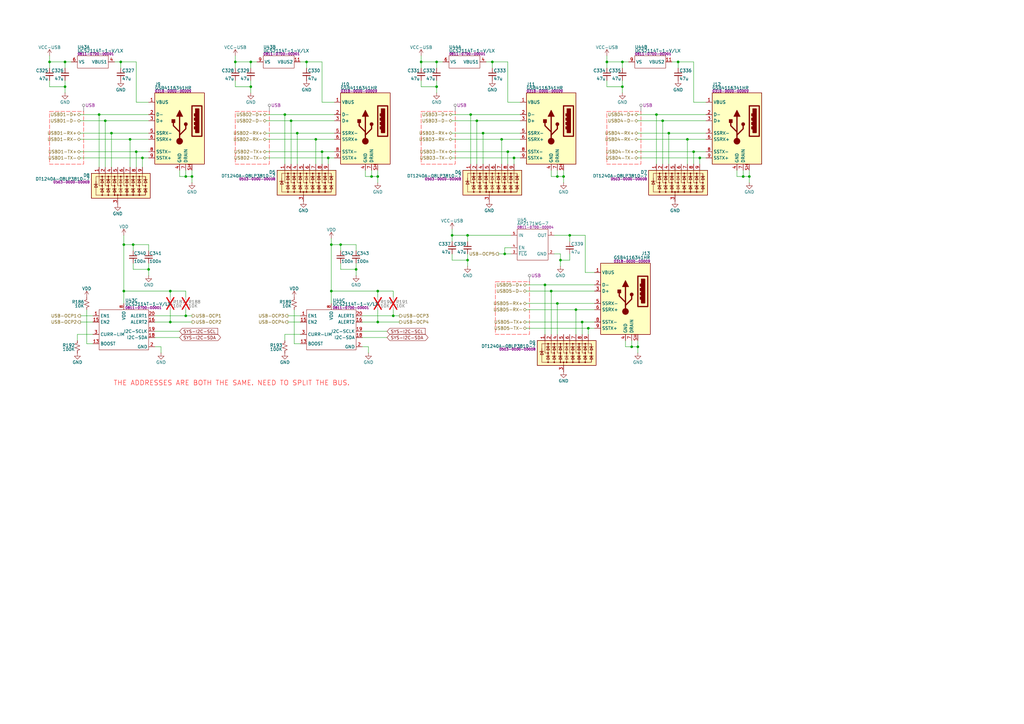
<source format=kicad_sch>
(kicad_sch (version 20250114) (generator "eeschema") (generator_version "9.0")
  (paper "A3")
  (title_block (title "Benchy Motherboard AM625 - USB Ports") (rev "REV1") (company "Daxxn Industries") (comment 4 "Small net labels (≤0.65) are for clarity and do not connect to other nets."))
  (lib_symbols
    (symbol "DX_Capacitor_Ceramic:CL05A104KA5NNNC" (pin_numbers (hide yes)) (pin_names (hide yes))
      (property "Reference" "C" (at 2.794 1.778 0))
      (property "Value" "100n" (at 2.794 0 0))
      (symbol "CL05A104KA5NNNC_1_1"
        (pin passive line (at 0 2.54 270) (length 2.032) (name "~") (number "1"))
        (pin passive line (at 0 -2.54 90) (length 2.032) (name "~") (number "2"))
      )
    )
    (symbol "DX_Capacitor_Ceramic:CL32A476KOJNNNE" (pin_numbers (hide yes)) (pin_names (hide yes))
      (property "Reference" "C" (at 2.794 1.778 0))
      (property "Value" "47u" (at 2.794 0 0))
      (symbol "CL32A476KOJNNNE_1_1"
        (pin passive line (at 0 2.54 270) (length 2.032) (name "~") (number "1"))
        (pin passive line (at 0 -2.54 90) (length 2.032) (name "~") (number "2"))
      )
    )
    (symbol "DX_Connector_USB:GSB4116341HR"
      (property "Reference" "J" (at 0 2.794 0))
      (property "Value" "GSB4116341HR" (at 0 1.016 0))
      (property "PartNumber" "0318-0000-00009" (at 0 -0.508 0))
      (symbol "GSB4116341HR_1_1"
        (pin passive line (at 5.08 -33.02 90) (length 2.54) (name "") (number "SH"))
        (pin passive line (at 7.62 -33.02 90) (length 2.54) (name "DRAIN") (number "7"))
        (pin power_in line (at 10.16 -33.02 90) (length 2.54) (name "GND") (number "4"))
        (pin power_in line (at 22.86 -5.08 180) (length 2.54) (name "VBUS") (number "1"))
        (pin bidirectional line (at 22.86 -10.16 180) (length 2.54) (name "D-") (number "2"))
        (pin bidirectional line (at 22.86 -12.7 180) (length 2.54) (name "D+") (number "3"))
        (pin output line (at 22.86 -17.78 180) (length 2.54) (name "SSRX-") (number "5"))
        (pin output line (at 22.86 -20.32 180) (length 2.54) (name "SSRX+") (number "6"))
        (pin input line (at 22.86 -25.4 180) (length 2.54) (name "SSTX-") (number "8"))
        (pin input line (at 22.86 -27.94 180) (length 2.54) (name "SSTX+") (number "9"))
      )
    )
    (symbol "DX_Device_Power:VCC-USB" (power) (pin_names (offset 0))
      (property "Value" "VCC-USB" (at 0 3.429 0))
      (symbol "VCC-USB_1_1"
        (pin power_in line (at 0 0 90) (length 0) (hide yes) (name "VCC-USB") (number "1"))
      )
    )
    (symbol "DX_Diode_TVS:DT1240A-08LP3810-7" (pin_names (hide yes))
      (property "Reference" "D" (at 13.97 2.54 0))
      (property "Value" "DT1240A-08LP3810-7" (at 13.97 0.635 0))
      (property "PartNumber" "0503-0000-00008" (at 13.97 -1.27 0))
      (symbol "DT1240A-08LP3810-7_0_0"
        (pin passive line (at 0 -7.62 90) (length 2.54) (name "A") (number "3"))
      )
      (symbol "DT1240A-08LP3810-7_1_1"
        (pin passive line (at -7.62 7.62 270) (length 2.54) (name "K1") (number "1"))
        (pin passive line (at -5.08 7.62 270) (length 2.54) (name "K2") (number "2"))
        (pin passive line (at -2.54 7.62 270) (length 2.54) (name "K3") (number "4"))
        (pin passive line (at 0 7.62 270) (length 2.54) (name "K4") (number "5"))
        (pin passive line (at 2.54 7.62 270) (length 2.54) (name "K5") (number "6"))
        (pin passive line (at 5.08 7.62 270) (length 2.54) (name "K6") (number "7"))
        (pin passive line (at 7.62 7.62 270) (length 2.54) (name "K7") (number "8"))
        (pin passive line (at 10.16 7.62 270) (length 2.54) (name "K8") (number "9"))
      )
    )
    (symbol "DX_IC_PMIC_Switch:AP2171WG-7"
      (property "Reference" "U" (at 0 3.81 0))
      (property "Value" "AP2171WG-7" (at 0 2.286 0))
      (property "PartNumber" "0811-0700-00004" (at 0 0.762 0))
      (symbol "AP2171WG-7_0_0"
        (pin power_in line (at -2.54 -2.54 0) (length 2.54) (name "IN") (number "5"))
        (pin input line (at -2.54 -7.62 0) (length 2.54) (name "EN") (number "4"))
        (pin power_out line (at 15.24 -2.54 180) (length 2.54) (name "OUT") (number "1"))
        (pin power_in line (at 15.24 -10.16 180) (length 2.54) (name "GND") (number "2"))
      )
      (symbol "AP2171WG-7_1_0"
        (pin output line (at -2.54 -10.16 0) (length 2.54) (name "~{FLG}") (number "3"))
      )
    )
    (symbol "DX_IC_PMIC_Switch:UCS2114T-1-V/LX"
      (property "Reference" "U" (at 0.508 3.556 0))
      (property "Value" "UCS2114T-1-V/LX" (at 0.508 2.032 0))
      (property "PartNumber" "0811-0700-00001" (at 0.508 0.762 0))
      (symbol "UCS2114T-1-V/LX_1_0"
        (pin power_in line (at -7.62 -2.54 0) (length 2.54) (name "VS") (number "6"))
        (pin power_in line (at -7.62 -2.54 0) (length 2.54) (hide yes) (name "VS") (number "7"))
        (pin power_out line (at 10.16 -2.54 180) (length 2.54) (name "VBUS1") (number "4"))
        (pin power_out line (at 10.16 -2.54 180) (length 2.54) (hide yes) (name "VBUS1") (number "5"))
      )
      (symbol "UCS2114T-1-V/LX_2_0"
        (pin power_in line (at -8.89 -2.54 0) (length 2.54) (hide yes) (name "VS") (number "10"))
        (pin power_in line (at -8.89 -2.54 0) (length 2.54) (name "VS") (number "9"))
        (pin power_out line (at 8.89 -2.54 180) (length 2.54) (name "VBUS2") (number "11"))
        (pin power_out line (at 8.89 -2.54 180) (length 2.54) (hide yes) (name "VBUS2") (number "12"))
      )
      (symbol "UCS2114T-1-V/LX_3_0"
        (pin input line (at -12.7 -2.54 0) (length 2.54) (name "EN1") (number "1"))
        (pin input line (at -12.7 -5.08 0) (length 2.54) (name "EN2") (number "15"))
        (pin input line (at -12.7 -10.16 0) (length 2.54) (name "COMM-EN") (number "3") (alternate "CURR-LIM" input line))
        (pin input line (at -12.7 -13.97 0) (length 2.54) (name "BOOST") (number "13"))
        (pin power_in line (at 0 2.54 270) (length 2.54) (name "VDD") (number "8"))
        (pin output line (at 12.7 -2.54 180) (length 2.54) (name "ALERT1") (number "20"))
        (pin output line (at 12.7 -5.08 180) (length 2.54) (name "ALERT2") (number "16"))
        (pin input line (at 12.7 -8.89 180) (length 2.54) (name "I2C-SCLK") (number "19"))
        (pin bidirectional line (at 12.7 -11.43 180) (length 2.54) (name "I2C-SDA") (number "18"))
        (pin power_in line (at 12.7 -15.24 180) (length 2.54) (hide yes) (name "GND") (number "14"))
        (pin power_in line (at 12.7 -15.24 180) (length 2.54) (hide yes) (name "GND") (number "17"))
        (pin power_in line (at 12.7 -15.24 180) (length 2.54) (name "GND") (number "2"))
      )
    )
    (symbol "DX_Resistor:RC0402JR-0710KL" (pin_numbers (hide yes)) (pin_names (offset 0.254) (hide yes))
      (property "Reference" "R" (at 1.016 0.635 0))
      (property "Value" "10K" (at 1.016 -1.016 0))
      (symbol "RC0402JR-0710KL_1_1"
        (pin passive line (at 0 2.54 270) (length 1.016) (name "~") (number "1"))
        (pin passive line (at 0 -2.54 90) (length 1.016) (name "~") (number "2"))
      )
    )
    (symbol "DX_Resistor:RMCF0402FT100K" (pin_numbers (hide yes)) (pin_names (offset 0.254) (hide yes))
      (property "Reference" "R" (at 1.016 0.635 0))
      (property "Value" "100K" (at 1.016 -1.016 0))
      (symbol "RMCF0402FT100K_1_1"
        (pin passive line (at 0 2.54 270) (length 1.016) (name "~") (number "1"))
        (pin passive line (at 0 -2.54 90) (length 1.016) (name "~") (number "2"))
      )
    )
    (symbol "power:GND" (power) (pin_numbers (hide yes)) (pin_names (offset 0) (hide yes))
      (property "Value" "GND" (at 0 -3.81 0))
      (symbol "GND_1_1"
        (pin power_in line (at 0 0 270) (length 0) (name "~") (number "1"))
      )
    )
    (symbol "power:VDD" (power) (pin_numbers (hide yes)) (pin_names (offset 0) (hide yes))
      (property "Value" "VDD" (at 0 3.556 0))
      (symbol "VDD_1_1"
        (pin power_in line (at 0 0 90) (length 0) (name "~") (number "1"))
      )
    )
  )
  (text "THE ADDRESSES ARE BOTH THE SAME. NEED TO SPLIT THE BUS." (at 94.996 157.226 0) (effects (font (size 2 2))))
  (junction (at 207.01 104.14))
  (junction (at 274.32 54.61))
  (junction (at 43.18 49.53))
  (junction (at 154.94 72.39))
  (junction (at 238.76 132.08))
  (junction (at 191.77 106.68))
  (junction (at 271.78 49.53))
  (junction (at 78.74 72.39))
  (junction (at 248.92 25.4))
  (junction (at 198.12 54.61))
  (junction (at 55.88 62.23))
  (junction (at 69.85 132.08))
  (junction (at 121.92 54.61))
  (junction (at 228.6 124.46))
  (junction (at 241.3 134.62))
  (junction (at 152.4 72.39))
  (junction (at 135.89 119.38))
  (junction (at 129.54 57.15))
  (junction (at 172.72 25.4))
  (junction (at 208.28 62.23))
  (junction (at 154.94 132.08))
  (junction (at 102.87 25.4))
  (junction (at 134.62 64.77))
  (junction (at 132.08 62.23))
  (junction (at 229.87 106.68))
  (junction (at 26.67 35.56))
  (junction (at 161.29 129.54))
  (junction (at 307.34 72.39))
  (junction (at 179.07 35.56))
  (junction (at 287.02 64.77))
  (junction (at 58.42 64.77))
  (junction (at 45.72 54.61))
  (junction (at 228.6 72.39))
  (junction (at 259.08 142.24))
  (junction (at 236.22 127))
  (junction (at 96.52 25.4))
  (junction (at 210.82 64.77))
  (junction (at 26.67 25.4))
  (junction (at 205.74 57.15))
  (junction (at 255.27 35.56))
  (junction (at 40.64 46.99))
  (junction (at 49.53 25.4))
  (junction (at 185.42 96.52))
  (junction (at 278.13 25.4))
  (junction (at 20.32 25.4))
  (junction (at 154.94 119.38))
  (junction (at 255.27 25.4))
  (junction (at 54.61 100.33))
  (junction (at 281.94 57.15))
  (junction (at 50.8 119.38))
  (junction (at 119.38 49.53))
  (junction (at 53.34 57.15))
  (junction (at 284.48 62.23))
  (junction (at 226.06 119.38))
  (junction (at 269.24 46.99))
  (junction (at 201.93 25.4))
  (junction (at 60.96 110.49))
  (junction (at 69.85 119.38))
  (junction (at 195.58 49.53))
  (junction (at 304.8 72.39))
  (junction (at 233.68 96.52))
  (junction (at 50.8 100.33))
  (junction (at 191.77 96.52))
  (junction (at 76.2 129.54))
  (junction (at 125.73 25.4))
  (junction (at 231.14 72.39))
  (junction (at 102.87 35.56))
  (junction (at 261.62 142.24))
  (junction (at 223.52 116.84))
  (junction (at 193.04 46.99))
  (junction (at 139.7 100.33))
  (junction (at 116.84 46.99))
  (junction (at 76.2 72.39))
  (junction (at 146.05 110.49))
  (junction (at 179.07 25.4))
  (junction (at 135.89 100.33))
  (wire (pts (xy 109.22 64.77) (xy 134.62 64.77)))
  (wire (pts (xy 96.52 22.86) (xy 96.52 25.4)))
  (wire (pts (xy 193.04 46.99) (xy 213.36 46.99)))
  (wire (pts (xy 209.55 101.6) (xy 207.01 101.6)))
  (wire (pts (xy 152.4 69.85) (xy 152.4 72.39)))
  (wire (pts (xy 185.42 99.06) (xy 185.42 96.52)))
  (wire (pts (xy 269.24 46.99) (xy 289.56 46.99)))
  (wire (pts (xy 172.72 33.02) (xy 172.72 35.56)))
  (wire (pts (xy 135.89 119.38) (xy 154.94 119.38)))
  (wire (pts (xy 233.68 104.14) (xy 233.68 106.68)))
  (wire (pts (xy 76.2 127) (xy 76.2 129.54)))
  (wire (pts (xy 20.32 25.4) (xy 26.67 25.4)))
  (wire (pts (xy 69.85 127) (xy 69.85 132.08)))
  (wire (pts (xy 123.19 140.97) (xy 120.65 140.97)))
  (wire (pts (xy 172.72 22.86) (xy 172.72 25.4)))
  (wire (pts (xy 134.62 64.77) (xy 134.62 67.31)))
  (wire (pts (xy 278.13 25.4) (xy 284.48 25.4)))
  (wire (pts (xy 261.62 57.15) (xy 281.94 57.15)))
  (wire (pts (xy 63.5 132.08) (xy 69.85 132.08)))
  (wire (pts (xy 185.42 106.68) (xy 191.77 106.68)))
  (wire (pts (xy 26.67 35.56) (xy 26.67 38.1)))
  (wire (pts (xy 20.32 35.56) (xy 26.67 35.56)))
  (wire (pts (xy 281.94 57.15) (xy 281.94 67.31)))
  (wire (pts (xy 129.54 57.15) (xy 137.16 57.15)))
  (wire (pts (xy 119.38 49.53) (xy 119.38 67.31)))
  (wire (pts (xy 69.85 121.92) (xy 69.85 119.38)))
  (wire (pts (xy 116.84 139.7) (xy 116.84 137.16)))
  (wire (pts (xy 248.92 35.56) (xy 255.27 35.56)))
  (wire (pts (xy 210.82 64.77) (xy 213.36 64.77)))
  (wire (pts (xy 215.9 116.84) (xy 223.52 116.84)))
  (wire (pts (xy 195.58 49.53) (xy 213.36 49.53)))
  (wire (pts (xy 50.8 119.38) (xy 50.8 124.46)))
  (wire (pts (xy 208.28 41.91) (xy 208.28 25.4)))
  (wire (pts (xy 40.64 46.99) (xy 60.96 46.99)))
  (wire (pts (xy 307.34 69.85) (xy 307.34 72.39)))
  (wire (pts (xy 55.88 62.23) (xy 60.96 62.23)))
  (wire (pts (xy 78.74 72.39) (xy 78.74 74.93)))
  (wire (pts (xy 33.02 62.23) (xy 55.88 62.23)))
  (wire (pts (xy 223.52 116.84) (xy 243.84 116.84)))
  (wire (pts (xy 236.22 127) (xy 243.84 127)))
  (wire (pts (xy 49.53 25.4) (xy 55.88 25.4)))
  (wire (pts (xy 49.53 25.4) (xy 49.53 27.94)))
  (wire (pts (xy 261.62 49.53) (xy 271.78 49.53)))
  (wire (pts (xy 63.5 129.54) (xy 76.2 129.54)))
  (wire (pts (xy 73.66 72.39) (xy 76.2 72.39)))
  (wire (pts (xy 137.16 41.91) (xy 132.08 41.91)))
  (wire (pts (xy 172.72 35.56) (xy 179.07 35.56)))
  (wire (pts (xy 76.2 69.85) (xy 76.2 72.39)))
  (wire (pts (xy 40.64 46.99) (xy 40.64 68.58)))
  (wire (pts (xy 228.6 69.85) (xy 228.6 72.39)))
  (wire (pts (xy 33.02 46.99) (xy 40.64 46.99)))
  (wire (pts (xy 102.87 25.4) (xy 105.41 25.4)))
  (wire (pts (xy 96.52 35.56) (xy 102.87 35.56)))
  (wire (pts (xy 26.67 25.4) (xy 26.67 27.94)))
  (wire (pts (xy 199.39 25.4) (xy 201.93 25.4)))
  (wire (pts (xy 135.89 100.33) (xy 139.7 100.33)))
  (wire (pts (xy 146.05 110.49) (xy 146.05 113.03)))
  (wire (pts (xy 63.5 142.24) (xy 66.04 142.24)))
  (wire (pts (xy 179.07 35.56) (xy 179.07 33.02)))
  (wire (pts (xy 20.32 33.02) (xy 20.32 35.56)))
  (wire (pts (xy 213.36 41.91) (xy 208.28 41.91)))
  (wire (pts (xy 274.32 54.61) (xy 289.56 54.61)))
  (wire (pts (xy 255.27 35.56) (xy 255.27 33.02)))
  (wire (pts (xy 31.75 139.7) (xy 31.75 137.16)))
  (wire (pts (xy 172.72 27.94) (xy 172.72 25.4)))
  (wire (pts (xy 185.42 54.61) (xy 198.12 54.61)))
  (wire (pts (xy 60.96 110.49) (xy 60.96 113.03)))
  (wire (pts (xy 118.11 132.08) (xy 123.19 132.08)))
  (wire (pts (xy 304.8 72.39) (xy 307.34 72.39)))
  (wire (pts (xy 238.76 132.08) (xy 238.76 137.16)))
  (wire (pts (xy 102.87 35.56) (xy 102.87 38.1)))
  (wire (pts (xy 50.8 100.33) (xy 54.61 100.33)))
  (wire (pts (xy 229.87 104.14) (xy 229.87 106.68)))
  (wire (pts (xy 54.61 100.33) (xy 60.96 100.33)))
  (wire (pts (xy 139.7 102.87) (xy 139.7 100.33)))
  (wire (pts (xy 269.24 46.99) (xy 269.24 67.31)))
  (wire (pts (xy 193.04 46.99) (xy 193.04 67.31)))
  (wire (pts (xy 154.94 127) (xy 154.94 132.08)))
  (wire (pts (xy 172.72 25.4) (xy 179.07 25.4)))
  (wire (pts (xy 191.77 96.52) (xy 209.55 96.52)))
  (wire (pts (xy 50.8 100.33) (xy 50.8 119.38)))
  (wire (pts (xy 208.28 62.23) (xy 208.28 67.31)))
  (wire (pts (xy 35.56 140.97) (xy 35.56 127)))
  (wire (pts (xy 154.94 119.38) (xy 154.94 121.92)))
  (wire (pts (xy 50.8 119.38) (xy 69.85 119.38)))
  (wire (pts (xy 191.77 106.68) (xy 191.77 104.14)))
  (wire (pts (xy 121.92 54.61) (xy 121.92 67.31)))
  (wire (pts (xy 60.96 110.49) (xy 54.61 110.49)))
  (wire (pts (xy 54.61 107.95) (xy 54.61 110.49)))
  (wire (pts (xy 259.08 142.24) (xy 261.62 142.24)))
  (wire (pts (xy 31.75 137.16) (xy 38.1 137.16)))
  (wire (pts (xy 185.42 49.53) (xy 195.58 49.53)))
  (wire (pts (xy 26.67 35.56) (xy 26.67 33.02)))
  (wire (pts (xy 43.18 49.53) (xy 60.96 49.53)))
  (wire (pts (xy 125.73 25.4) (xy 132.08 25.4)))
  (wire (pts (xy 256.54 139.7) (xy 256.54 142.24)))
  (wire (pts (xy 33.02 129.54) (xy 38.1 129.54)))
  (wire (pts (xy 185.42 62.23) (xy 208.28 62.23)))
  (wire (pts (xy 208.28 62.23) (xy 213.36 62.23)))
  (wire (pts (xy 76.2 119.38) (xy 76.2 121.92)))
  (wire (pts (xy 231.14 69.85) (xy 231.14 72.39)))
  (wire (pts (xy 261.62 64.77) (xy 287.02 64.77)))
  (wire (pts (xy 116.84 46.99) (xy 116.84 67.31)))
  (wire (pts (xy 240.03 96.52) (xy 240.03 111.76)))
  (wire (pts (xy 191.77 96.52) (xy 185.42 96.52)))
  (wire (pts (xy 38.1 140.97) (xy 35.56 140.97)))
  (wire (pts (xy 63.5 138.43) (xy 73.66 138.43)))
  (wire (pts (xy 45.72 54.61) (xy 60.96 54.61)))
  (wire (pts (xy 284.48 41.91) (xy 284.48 25.4)))
  (wire (pts (xy 248.92 25.4) (xy 255.27 25.4)))
  (wire (pts (xy 201.93 25.4) (xy 201.93 27.94)))
  (wire (pts (xy 302.26 72.39) (xy 304.8 72.39)))
  (wire (pts (xy 20.32 27.94) (xy 20.32 25.4)))
  (wire (pts (xy 132.08 41.91) (xy 132.08 25.4)))
  (wire (pts (xy 226.06 119.38) (xy 243.84 119.38)))
  (wire (pts (xy 248.92 22.86) (xy 248.92 25.4)))
  (wire (pts (xy 259.08 139.7) (xy 259.08 142.24)))
  (wire (pts (xy 20.32 22.86) (xy 20.32 25.4)))
  (wire (pts (xy 154.94 132.08) (xy 163.83 132.08)))
  (wire (pts (xy 148.59 135.89) (xy 158.75 135.89)))
  (wire (pts (xy 109.22 62.23) (xy 132.08 62.23)))
  (wire (pts (xy 281.94 57.15) (xy 289.56 57.15)))
  (wire (pts (xy 118.11 129.54) (xy 123.19 129.54)))
  (wire (pts (xy 185.42 46.99) (xy 193.04 46.99)))
  (wire (pts (xy 185.42 57.15) (xy 205.74 57.15)))
  (wire (pts (xy 76.2 72.39) (xy 78.74 72.39)))
  (wire (pts (xy 287.02 64.77) (xy 287.02 67.31)))
  (wire (pts (xy 50.8 96.52) (xy 50.8 100.33)))
  (wire (pts (xy 185.42 64.77) (xy 210.82 64.77)))
  (wire (pts (xy 151.13 142.24) (xy 151.13 144.78)))
  (wire (pts (xy 241.3 134.62) (xy 241.3 137.16)))
  (wire (pts (xy 69.85 132.08) (xy 78.74 132.08)))
  (wire (pts (xy 255.27 25.4) (xy 257.81 25.4)))
  (wire (pts (xy 195.58 49.53) (xy 195.58 67.31)))
  (wire (pts (xy 248.92 27.94) (xy 248.92 25.4)))
  (wire (pts (xy 215.9 127) (xy 236.22 127)))
  (wire (pts (xy 149.86 69.85) (xy 149.86 72.39)))
  (wire (pts (xy 148.59 142.24) (xy 151.13 142.24)))
  (wire (pts (xy 307.34 72.39) (xy 307.34 74.93)))
  (wire (pts (xy 271.78 49.53) (xy 271.78 67.31)))
  (wire (pts (xy 179.07 25.4) (xy 179.07 27.94)))
  (wire (pts (xy 227.33 96.52) (xy 233.68 96.52)))
  (wire (pts (xy 60.96 107.95) (xy 60.96 110.49)))
  (wire (pts (xy 228.6 72.39) (xy 231.14 72.39)))
  (wire (pts (xy 236.22 127) (xy 236.22 137.16)))
  (wire (pts (xy 179.07 25.4) (xy 181.61 25.4)))
  (wire (pts (xy 161.29 121.92) (xy 161.29 119.38)))
  (wire (pts (xy 66.04 142.24) (xy 66.04 144.78)))
  (wire (pts (xy 241.3 134.62) (xy 243.84 134.62)))
  (wire (pts (xy 233.68 96.52) (xy 240.03 96.52)))
  (wire (pts (xy 33.02 49.53) (xy 43.18 49.53)))
  (wire (pts (xy 223.52 116.84) (xy 223.52 137.16)))
  (wire (pts (xy 132.08 62.23) (xy 137.16 62.23)))
  (wire (pts (xy 231.14 72.39) (xy 231.14 74.93)))
  (wire (pts (xy 33.02 132.08) (xy 38.1 132.08)))
  (wire (pts (xy 248.92 33.02) (xy 248.92 35.56)))
  (wire (pts (xy 185.42 104.14) (xy 185.42 106.68)))
  (wire (pts (xy 135.89 97.79) (xy 135.89 100.33)))
  (wire (pts (xy 215.9 119.38) (xy 226.06 119.38)))
  (wire (pts (xy 191.77 96.52) (xy 191.77 99.06)))
  (wire (pts (xy 255.27 25.4) (xy 255.27 27.94)))
  (wire (pts (xy 161.29 129.54) (xy 163.83 129.54)))
  (wire (pts (xy 26.67 25.4) (xy 29.21 25.4)))
  (wire (pts (xy 45.72 54.61) (xy 45.72 68.58)))
  (wire (pts (xy 198.12 54.61) (xy 198.12 67.31)))
  (wire (pts (xy 134.62 64.77) (xy 137.16 64.77)))
  (wire (pts (xy 215.9 132.08) (xy 238.76 132.08)))
  (wire (pts (xy 198.12 54.61) (xy 213.36 54.61)))
  (wire (pts (xy 109.22 54.61) (xy 121.92 54.61)))
  (wire (pts (xy 73.66 69.85) (xy 73.66 72.39)))
  (wire (pts (xy 261.62 139.7) (xy 261.62 142.24)))
  (wire (pts (xy 58.42 64.77) (xy 58.42 68.58)))
  (wire (pts (xy 116.84 46.99) (xy 137.16 46.99)))
  (wire (pts (xy 109.22 46.99) (xy 116.84 46.99)))
  (wire (pts (xy 33.02 64.77) (xy 58.42 64.77)))
  (wire (pts (xy 278.13 25.4) (xy 278.13 27.94)))
  (wire (pts (xy 116.84 137.16) (xy 123.19 137.16)))
  (wire (pts (xy 96.52 27.94) (xy 96.52 25.4)))
  (wire (pts (xy 226.06 119.38) (xy 226.06 137.16)))
  (wire (pts (xy 233.68 96.52) (xy 233.68 99.06)))
  (wire (pts (xy 274.32 54.61) (xy 274.32 67.31)))
  (wire (pts (xy 233.68 106.68) (xy 229.87 106.68)))
  (wire (pts (xy 302.26 69.85) (xy 302.26 72.39)))
  (wire (pts (xy 55.88 41.91) (xy 55.88 25.4)))
  (wire (pts (xy 58.42 64.77) (xy 60.96 64.77)))
  (wire (pts (xy 53.34 57.15) (xy 60.96 57.15)))
  (wire (pts (xy 55.88 62.23) (xy 55.88 68.58)))
  (wire (pts (xy 119.38 49.53) (xy 137.16 49.53)))
  (wire (pts (xy 148.59 138.43) (xy 158.75 138.43)))
  (wire (pts (xy 229.87 106.68) (xy 229.87 109.22)))
  (wire (pts (xy 78.74 69.85) (xy 78.74 72.39)))
  (wire (pts (xy 43.18 49.53) (xy 43.18 68.58)))
  (wire (pts (xy 54.61 102.87) (xy 54.61 100.33)))
  (wire (pts (xy 215.9 124.46) (xy 228.6 124.46)))
  (wire (pts (xy 261.62 142.24) (xy 261.62 144.78)))
  (wire (pts (xy 109.22 49.53) (xy 119.38 49.53)))
  (wire (pts (xy 102.87 35.56) (xy 102.87 33.02)))
  (wire (pts (xy 240.03 111.76) (xy 243.84 111.76)))
  (wire (pts (xy 135.89 119.38) (xy 135.89 124.46)))
  (wire (pts (xy 121.92 54.61) (xy 137.16 54.61)))
  (wire (pts (xy 207.01 104.14) (xy 209.55 104.14)))
  (wire (pts (xy 179.07 35.56) (xy 179.07 38.1)))
  (wire (pts (xy 287.02 64.77) (xy 289.56 64.77)))
  (wire (pts (xy 210.82 64.77) (xy 210.82 67.31)))
  (wire (pts (xy 139.7 100.33) (xy 146.05 100.33)))
  (wire (pts (xy 69.85 119.38) (xy 76.2 119.38)))
  (wire (pts (xy 185.42 93.98) (xy 185.42 96.52)))
  (wire (pts (xy 146.05 110.49) (xy 139.7 110.49)))
  (wire (pts (xy 256.54 142.24) (xy 259.08 142.24)))
  (wire (pts (xy 304.8 69.85) (xy 304.8 72.39)))
  (wire (pts (xy 238.76 132.08) (xy 243.84 132.08)))
  (wire (pts (xy 261.62 62.23) (xy 284.48 62.23)))
  (wire (pts (xy 201.93 25.4) (xy 208.28 25.4)))
  (wire (pts (xy 228.6 124.46) (xy 228.6 137.16)))
  (wire (pts (xy 102.87 25.4) (xy 102.87 27.94)))
  (wire (pts (xy 148.59 132.08) (xy 154.94 132.08)))
  (wire (pts (xy 33.02 54.61) (xy 45.72 54.61)))
  (wire (pts (xy 120.65 140.97) (xy 120.65 127)))
  (wire (pts (xy 125.73 25.4) (xy 125.73 27.94)))
  (wire (pts (xy 139.7 107.95) (xy 139.7 110.49)))
  (wire (pts (xy 46.99 25.4) (xy 49.53 25.4)))
  (wire (pts (xy 275.59 25.4) (xy 278.13 25.4)))
  (wire (pts (xy 146.05 100.33) (xy 146.05 102.87)))
  (wire (pts (xy 152.4 72.39) (xy 154.94 72.39)))
  (wire (pts (xy 129.54 57.15) (xy 129.54 67.31)))
  (wire (pts (xy 109.22 57.15) (xy 129.54 57.15)))
  (wire (pts (xy 284.48 62.23) (xy 289.56 62.23)))
  (wire (pts (xy 284.48 62.23) (xy 284.48 67.31)))
  (wire (pts (xy 148.59 129.54) (xy 161.29 129.54)))
  (wire (pts (xy 271.78 49.53) (xy 289.56 49.53)))
  (wire (pts (xy 96.52 33.02) (xy 96.52 35.56)))
  (wire (pts (xy 123.19 25.4) (xy 125.73 25.4)))
  (wire (pts (xy 53.34 57.15) (xy 53.34 68.58)))
  (wire (pts (xy 149.86 72.39) (xy 152.4 72.39)))
  (wire (pts (xy 207.01 101.6) (xy 207.01 104.14)))
  (wire (pts (xy 76.2 129.54) (xy 78.74 129.54)))
  (wire (pts (xy 60.96 41.91) (xy 55.88 41.91)))
  (wire (pts (xy 191.77 106.68) (xy 191.77 109.22)))
  (wire (pts (xy 226.06 69.85) (xy 226.06 72.39)))
  (wire (pts (xy 96.52 25.4) (xy 102.87 25.4)))
  (wire (pts (xy 204.47 104.14) (xy 207.01 104.14)))
  (wire (pts (xy 146.05 107.95) (xy 146.05 110.49)))
  (wire (pts (xy 33.02 57.15) (xy 53.34 57.15)))
  (wire (pts (xy 261.62 54.61) (xy 274.32 54.61)))
  (wire (pts (xy 154.94 119.38) (xy 161.29 119.38)))
  (wire (pts (xy 63.5 135.89) (xy 73.66 135.89)))
  (wire (pts (xy 60.96 100.33) (xy 60.96 102.87)))
  (wire (pts (xy 255.27 35.56) (xy 255.27 38.1)))
  (wire (pts (xy 226.06 72.39) (xy 228.6 72.39)))
  (wire (pts (xy 215.9 134.62) (xy 241.3 134.62)))
  (wire (pts (xy 161.29 127) (xy 161.29 129.54)))
  (wire (pts (xy 154.94 72.39) (xy 154.94 74.93)))
  (wire (pts (xy 227.33 104.14) (xy 229.87 104.14)))
  (wire (pts (xy 135.89 100.33) (xy 135.89 119.38)))
  (wire (pts (xy 289.56 41.91) (xy 284.48 41.91)))
  (wire (pts (xy 205.74 57.15) (xy 213.36 57.15)))
  (wire (pts (xy 154.94 69.85) (xy 154.94 72.39)))
  (wire (pts (xy 132.08 62.23) (xy 132.08 67.31)))
  (wire (pts (xy 261.62 46.99) (xy 269.24 46.99)))
  (wire (pts (xy 228.6 124.46) (xy 243.84 124.46)))
  (wire (pts (xy 205.74 57.15) (xy 205.74 67.31)))
  (global_label "SYS-I2C-SCL" (shape input) (at 158.75 135.89 0) (property "Intersheetrefs" "${INTERSHEET_REFS}" (at 173.5369 135.89 0) (effects (justify left))))
  (global_label "SYS-I2C-SCL" (shape input) (at 73.66 135.89 0) (property "Intersheetrefs" "${INTERSHEET_REFS}" (at 88.4469 135.89 0) (effects (justify left))))
  (global_label "SYS-I2C-SDA" (shape bidirectional) (at 158.75 138.43 0) (property "Intersheetrefs" "${INTERSHEET_REFS}" (at 173.5369 138.43 0) (effects (justify left))))
  (global_label "SYS-I2C-SDA" (shape bidirectional) (at 73.66 138.43 0) (property "Intersheetrefs" "${INTERSHEET_REFS}" (at 88.4469 138.43 0) (effects (justify left))))
  (hierarchical_label "USBD3-RX+" (shape bidirectional) (at 185.42 54.61 180))
  (hierarchical_label "USBD3-TX+" (shape bidirectional) (at 185.42 62.23 180))
  (hierarchical_label "USBD4-TX-" (shape bidirectional) (at 261.62 64.77 180))
  (hierarchical_label "USB-OCP3" (shape output) (at 163.83 129.54 0))
  (hierarchical_label "USBD2-D-" (shape bidirectional) (at 109.22 49.53 180))
  (hierarchical_label "USBD2-TX+" (shape bidirectional) (at 109.22 62.23 180))
  (hierarchical_label "USBD1-D-" (shape bidirectional) (at 33.02 49.53 180))
  (hierarchical_label "USBD3-D-" (shape bidirectional) (at 185.42 49.53 180))
  (hierarchical_label "USBD2-RX+" (shape bidirectional) (at 109.22 54.61 180))
  (hierarchical_label "USBD5-RX-" (shape bidirectional) (at 215.9 127 180))
  (hierarchical_label "USB-OCP4" (shape output) (at 118.11 132.08 180))
  (hierarchical_label "USBD2-RX-" (shape bidirectional) (at 109.22 57.15 180))
  (hierarchical_label "USBD4-D+" (shape bidirectional) (at 261.62 46.99 180))
  (hierarchical_label "USBD5-D+" (shape bidirectional) (at 215.9 116.84 180))
  (hierarchical_label "USBD3-D+" (shape bidirectional) (at 185.42 46.99 180))
  (hierarchical_label "USBD4-RX+" (shape bidirectional) (at 261.62 54.61 180))
  (hierarchical_label "USBD5-D-" (shape bidirectional) (at 215.9 119.38 180))
  (hierarchical_label "USBD1-D+" (shape bidirectional) (at 33.02 46.99 180))
  (hierarchical_label "USBD3-RX-" (shape bidirectional) (at 185.42 57.15 180))
  (hierarchical_label "USBD2-D+" (shape bidirectional) (at 109.22 46.99 180))
  (hierarchical_label "USBD1-RX-" (shape bidirectional) (at 33.02 57.15 180))
  (hierarchical_label "USBD5-RX+" (shape bidirectional) (at 215.9 124.46 180))
  (hierarchical_label "USB-OCP5" (shape output) (at 204.47 104.14 180))
  (hierarchical_label "USB-OCP3" (shape output) (at 118.11 129.54 180))
  (hierarchical_label "USBD3-TX-" (shape bidirectional) (at 185.42 64.77 180))
  (hierarchical_label "USB-OCP2" (shape output) (at 33.02 132.08 180))
  (hierarchical_label "USB-OCP1" (shape output) (at 33.02 129.54 180))
  (hierarchical_label "USBD1-TX-" (shape bidirectional) (at 33.02 64.77 180))
  (hierarchical_label "USBD4-RX-" (shape bidirectional) (at 261.62 57.15 180))
  (hierarchical_label "USBD1-TX+" (shape bidirectional) (at 33.02 62.23 180))
  (hierarchical_label "USBD1-RX+" (shape bidirectional) (at 33.02 54.61 180))
  (hierarchical_label "USBD2-TX-" (shape bidirectional) (at 109.22 64.77 180))
  (hierarchical_label "USB-OCP1" (shape output) (at 78.74 129.54 0))
  (hierarchical_label "USBD4-D-" (shape bidirectional) (at 261.62 49.53 180))
  (hierarchical_label "USB-OCP2" (shape output) (at 78.74 132.08 0))
  (hierarchical_label "USBD5-TX-" (shape bidirectional) (at 215.9 134.62 180))
  (hierarchical_label "USB-OCP4" (shape output) (at 163.83 132.08 0))
  (hierarchical_label "USBD5-TX+" (shape bidirectional) (at 215.9 132.08 180))
  (hierarchical_label "USBD4-TX+" (shape bidirectional) (at 261.62 62.23 180))
  (rule_area (polyline (pts (xy 20.32 45.72) (xy 34.29 45.72) (xy 34.29 67.31) (xy 20.32 67.31)) (stroke (width 0) (type dash))))
  (rule_area (polyline (pts (xy 172.72 45.72) (xy 186.69 45.72) (xy 186.69 67.31) (xy 172.72 67.31)) (stroke (width 0) (type dash))))
  (rule_area (polyline (pts (xy 203.2 115.57) (xy 217.17 115.57) (xy 217.17 137.16) (xy 203.2 137.16)) (stroke (width 0) (type dash))))
  (rule_area (polyline (pts (xy 248.92 45.72) (xy 262.89 45.72) (xy 262.89 67.31) (xy 248.92 67.31)) (stroke (width 0) (type dash))))
  (rule_area (polyline (pts (xy 96.52 45.72) (xy 110.49 45.72) (xy 110.49 67.31) (xy 96.52 67.31)) (stroke (width 0) (type dash))))
  (netclass_flag "" (length 2.54) (shape round) (at 217.17 115.57 0) (property "Netclass" "USB" (at 217.8685 113.03 0) (effects (justify left))))
  (netclass_flag "" (length 2.54) (shape round) (at 34.29 45.72 0) (property "Netclass" "USB" (at 34.9885 43.18 0) (effects (justify left))))
  (netclass_flag "" (length 2.54) (shape round) (at 262.89 45.72 0) (property "Netclass" "USB" (at 263.5885 43.18 0) (effects (justify left))))
  (netclass_flag "" (length 2.54) (shape round) (at 186.69 45.72 0) (property "Netclass" "USB" (at 187.3885 43.18 0) (effects (justify left))))
  (netclass_flag "" (length 2.54) (shape round) (at 110.49 45.72 0) (property "Netclass" "USB" (at 111.1885 43.18 0) (effects (justify left))))
  (symbol (lib_id "DX_Capacitor_Ceramic:CL32A476KOJNNNE") (at 102.87 30.48 0) (mirror y) (unit 1)
    (property "Reference" "C329" (at 102.362 28.956 0) (effects (justify left)))
    (property "Value" "47u" (at 102.362 32.258 0) (effects (justify left)))
    (property "Footprint" "Daxxn_Standard_Capacitors:CAP_1210" (effects (hide yes)))
    (property "Datasheet" "${DATASHEETS}/CL32A476KOJNNNE.pdf" (effects (hide yes)))
    (property "Description" "CAP CER 47UF 16V X5R 1210" (effects (hide yes)))
    (property "PartNumber" "0201-0100-00087" (effects (hide yes)))
  )
  (symbol (lib_id "DX_Capacitor_Ceramic:CL32A476KOJNNNE") (at 201.93 30.48 0) (unit 1)
    (property "Reference" "C333" (at 202.438 28.956 0) (effects (justify left)))
    (property "Value" "47u" (at 202.438 32.258 0) (effects (justify left)))
    (property "Footprint" "Daxxn_Standard_Capacitors:CAP_1210" (effects (hide yes)))
    (property "Datasheet" "${DATASHEETS}/CL32A476KOJNNNE.pdf" (effects (hide yes)))
    (property "Description" "CAP CER 47UF 16V X5R 1210" (effects (hide yes)))
    (property "PartNumber" "0201-0100-00087" (effects (hide yes)))
  )
  (symbol (lib_id "DX_Resistor:RC0402JR-0710KL") (at 154.94 124.46 0) (unit 1) (dnp yes)
    (property "Reference" "R190" (at 155.956 123.825 0) (effects (justify left)))
    (property "Value" "10K" (at 155.956 125.476 0) (effects (justify left)))
    (property "Footprint" "Daxxn_Standard_Resistors:RES_0402" (effects (hide yes)))
    (property "Datasheet" "${DATASHEETS}/RC-Series.pdf" (effects (hide yes)))
    (property "Description" "RES 10K OHM 5% 1/16W 0402" (effects (hide yes)))
    (property "PartNumber" "0204-0000-00016" (effects (hide yes)))
  )
  (symbol (lib_id "power:GND") (at 307.34 74.93 0) (unit 1)
    (property "Reference" "#PWR0285" (effects (hide yes)))
    (property "Value" "GND" (at 307.34 78.74 0))
    (property "Description" "Power symbol creates a global label with name \"GND\" , ground" (effects (hide yes)))
  )
  (symbol (lib_id "power:VDD") (at 135.89 97.79 0) (unit 1)
    (property "Reference" "#PWR0292" (effects (hide yes)))
    (property "Value" "VDD" (at 135.89 94.234 0))
    (property "Description" "Power symbol creates a global label with name \"VDD\"" (effects (hide yes)))
  )
  (symbol (lib_id "DX_Resistor:RC0402JR-0710KL") (at 69.85 124.46 0) (unit 1) (dnp yes)
    (property "Reference" "R187" (at 70.866 123.825 0) (effects (justify left)))
    (property "Value" "10K" (at 70.866 125.476 0) (effects (justify left)))
    (property "Footprint" "Daxxn_Standard_Resistors:RES_0402" (effects (hide yes)))
    (property "Datasheet" "${DATASHEETS}/RC-Series.pdf" (effects (hide yes)))
    (property "Description" "RES 10K OHM 5% 1/16W 0402" (effects (hide yes)))
    (property "PartNumber" "0204-0000-00016" (effects (hide yes)))
  )
  (symbol (lib_id "power:GND") (at 278.13 33.02 0) (unit 1)
    (property "Reference" "#PWR0277" (effects (hide yes)))
    (property "Value" "GND" (at 278.13 36.83 0))
    (property "Description" "Power symbol creates a global label with name \"GND\" , ground" (effects (hide yes)))
  )
  (symbol (lib_id "DX_Diode_TVS:DT1240A-08LP3810-7") (at 48.26 76.2 0) (unit 1)
    (property "Reference" "D8" (at 36.83 71.882 0) (effects (justify right)))
    (property "Value" "DT1240A-08LP3810-7" (at 36.83 73.406 0) (effects (justify right)))
    (property "Footprint" "Daxxn_Packages:U-DFN3810-9" (effects (hide yes)))
    (property "Datasheet" "${DATASHEETS}/DT1240A-08LP3810.pdf" (effects (hide yes)))
    (property "Description" "10V Clamp 5.5A (8/20µs) Ipp Tvs Diode Surface Mount U-DFN3810-9 (Type B)" (effects (hide yes)))
    (property "PartNumber" "0503-0000-00008" (at 36.83 74.676 0) (effects (font (size 1 1)) (justify right)))
  )
  (symbol (lib_id "DX_Connector_USB:GSB4116341HR") (at 236.22 36.83 0) (mirror y) (unit 1)
    (property "Reference" "J11" (at 215.9 34.544 0) (effects (justify right)))
    (property "Value" "GSB4116341HR" (at 215.9 36.068 0) (effects (justify right)))
    (property "Footprint" "Daxxn_Connectors_USB:GSB4116341HR" (effects (hide yes)))
    (property "Datasheet" "${DATASHEETS}/GSB4116341HR.pdf" (effects (hide yes)))
    (property "Description" "USB-A (USB TYPE-A) USB 3.2 Gen 2 (USB 3.1 Gen 2, Superspeed + (USB 3.1)) Receptacle Connector 9 Position Through Hole, Right Angle" (effects (hide yes)))
    (property "PartNumber" "0318-0000-00009" (at 215.9 37.338 0) (effects (font (size 1 1)) (justify right)))
  )
  (symbol (lib_id "DX_Resistor:RC0402JR-0710KL") (at 161.29 124.46 0) (unit 1) (dnp yes)
    (property "Reference" "R191" (at 162.306 123.825 0) (effects (justify left)))
    (property "Value" "10K" (at 162.306 125.476 0) (effects (justify left)))
    (property "Footprint" "Daxxn_Standard_Resistors:RES_0402" (effects (hide yes)))
    (property "Datasheet" "${DATASHEETS}/RC-Series.pdf" (effects (hide yes)))
    (property "Description" "RES 10K OHM 5% 1/16W 0402" (effects (hide yes)))
    (property "PartNumber" "0204-0000-00016" (effects (hide yes)))
  )
  (symbol (lib_id "DX_Capacitor_Ceramic:CL32A476KOJNNNE") (at 185.42 101.6 0) (mirror y) (unit 1)
    (property "Reference" "C337" (at 184.912 100.076 0) (effects (justify left)))
    (property "Value" "47u" (at 184.912 103.378 0) (effects (justify left)))
    (property "Footprint" "Daxxn_Standard_Capacitors:CAP_1210" (effects (hide yes)))
    (property "Datasheet" "${DATASHEETS}/CL32A476KOJNNNE.pdf" (effects (hide yes)))
    (property "Description" "CAP CER 47UF 16V X5R 1210" (effects (hide yes)))
    (property "PartNumber" "0201-0100-00087" (effects (hide yes)))
  )
  (symbol (lib_id "power:GND") (at 116.84 144.78 0) (unit 1)
    (property "Reference" "#PWR0301" (effects (hide yes)))
    (property "Value" "GND" (at 116.84 148.59 0))
    (property "Description" "Power symbol creates a global label with name \"GND\" , ground" (effects (hide yes)))
  )
  (symbol (lib_id "power:GND") (at 31.75 144.78 0) (unit 1)
    (property "Reference" "#PWR0299" (effects (hide yes)))
    (property "Value" "GND" (at 31.75 148.59 0))
    (property "Description" "Power symbol creates a global label with name \"GND\" , ground" (effects (hide yes)))
  )
  (symbol (lib_id "power:GND") (at 231.14 74.93 0) (unit 1)
    (property "Reference" "#PWR0284" (effects (hide yes)))
    (property "Value" "GND" (at 231.14 78.74 0))
    (property "Description" "Power symbol creates a global label with name \"GND\" , ground" (effects (hide yes)))
  )
  (symbol (lib_id "DX_Capacitor_Ceramic:CL32A476KOJNNNE") (at 96.52 30.48 0) (mirror y) (unit 1)
    (property "Reference" "C328" (at 96.012 28.956 0) (effects (justify left)))
    (property "Value" "47u" (at 96.012 32.258 0) (effects (justify left)))
    (property "Footprint" "Daxxn_Standard_Capacitors:CAP_1210" (effects (hide yes)))
    (property "Datasheet" "${DATASHEETS}/CL32A476KOJNNNE.pdf" (effects (hide yes)))
    (property "Description" "CAP CER 47UF 16V X5R 1210" (effects (hide yes)))
    (property "PartNumber" "0201-0100-00087" (effects (hide yes)))
  )
  (symbol (lib_id "DX_Capacitor_Ceramic:CL32A476KOJNNNE") (at 255.27 30.48 0) (mirror y) (unit 1)
    (property "Reference" "C335" (at 254.762 28.956 0) (effects (justify left)))
    (property "Value" "47u" (at 254.762 32.258 0) (effects (justify left)))
    (property "Footprint" "Daxxn_Standard_Capacitors:CAP_1210" (effects (hide yes)))
    (property "Datasheet" "${DATASHEETS}/CL32A476KOJNNNE.pdf" (effects (hide yes)))
    (property "Description" "CAP CER 47UF 16V X5R 1210" (effects (hide yes)))
    (property "PartNumber" "0201-0100-00087" (effects (hide yes)))
  )
  (symbol (lib_id "power:GND") (at 255.27 38.1 0) (unit 1)
    (property "Reference" "#PWR0281" (effects (hide yes)))
    (property "Value" "GND" (at 255.27 41.91 0))
    (property "Description" "Power symbol creates a global label with name \"GND\" , ground" (effects (hide yes)))
  )
  (symbol (lib_id "DX_Capacitor_Ceramic:CL32A476KOJNNNE") (at 20.32 30.48 0) (mirror y) (unit 1)
    (property "Reference" "C325" (at 19.812 28.956 0) (effects (justify left)))
    (property "Value" "47u" (at 19.812 32.258 0) (effects (justify left)))
    (property "Footprint" "Daxxn_Standard_Capacitors:CAP_1210" (effects (hide yes)))
    (property "Datasheet" "${DATASHEETS}/CL32A476KOJNNNE.pdf" (effects (hide yes)))
    (property "Description" "CAP CER 47UF 16V X5R 1210" (effects (hide yes)))
    (property "PartNumber" "0201-0100-00087" (effects (hide yes)))
  )
  (symbol (lib_id "power:GND") (at 60.96 113.03 0) (unit 1)
    (property "Reference" "#PWR0295" (effects (hide yes)))
    (property "Value" "GND" (at 60.96 116.84 0))
    (property "Description" "Power symbol creates a global label with name \"GND\" , ground" (effects (hide yes)))
  )
  (symbol (lib_id "power:GND") (at 26.67 38.1 0) (unit 1)
    (property "Reference" "#PWR0278" (effects (hide yes)))
    (property "Value" "GND" (at 26.67 41.91 0))
    (property "Description" "Power symbol creates a global label with name \"GND\" , ground" (effects (hide yes)))
  )
  (symbol (lib_id "power:GND") (at 49.53 33.02 0) (unit 1)
    (property "Reference" "#PWR0274" (effects (hide yes)))
    (property "Value" "GND" (at 49.53 36.83 0))
    (property "Description" "Power symbol creates a global label with name \"GND\" , ground" (effects (hide yes)))
  )
  (symbol (lib_id "DX_IC_PMIC_Switch:UCS2114T-1-V/LX") (at 50.8 127 0) (unit 3)
    (property "Reference" "U43" (at 51.308 123.19 0) (effects (justify left)))
    (property "Value" "UCS2114T-1-V/LX" (at 51.308 124.714 0) (effects (justify left)))
    (property "Footprint" "Daxxn_Packages:UCS2114T-1-V_LXVAO-Custom" (effects (hide yes)))
    (property "Datasheet" "${DATASHEETS}/UCS2114.pdf" (effects (hide yes)))
    (property "Description" "USB Power Distributor" (effects (hide yes)))
    (property "PartNumber" "0811-0700-00001" (at 51.308 126.238 0) (effects (font (size 1 1)) (justify left)))
    (pin "3" (alternate "CURR-LIM"))
  )
  (symbol (lib_id "power:GND") (at 229.87 109.22 0) (unit 1)
    (property "Reference" "#PWR0294" (effects (hide yes)))
    (property "Value" "GND" (at 229.87 113.03 0))
    (property "Description" "Power symbol creates a global label with name \"GND\" , ground" (effects (hide yes)))
  )
  (symbol (lib_id "DX_Diode_TVS:DT1240A-08LP3810-7") (at 276.86 74.93 0) (unit 1)
    (property "Reference" "D7" (at 265.43 70.612 0) (effects (justify right)))
    (property "Value" "DT1240A-08LP3810-7" (at 265.43 72.136 0) (effects (justify right)))
    (property "Footprint" "Daxxn_Packages:U-DFN3810-9" (effects (hide yes)))
    (property "Datasheet" "${DATASHEETS}/DT1240A-08LP3810.pdf" (effects (hide yes)))
    (property "Description" "10V Clamp 5.5A (8/20µs) Ipp Tvs Diode Surface Mount U-DFN3810-9 (Type B)" (effects (hide yes)))
    (property "PartNumber" "0503-0000-00008" (at 265.43 73.406 0) (effects (font (size 1 1)) (justify right)))
  )
  (symbol (lib_id "DX_Capacitor_Ceramic:CL32A476KOJNNNE") (at 49.53 30.48 0) (unit 1)
    (property "Reference" "C327" (at 50.038 28.956 0) (effects (justify left)))
    (property "Value" "47u" (at 50.038 32.258 0) (effects (justify left)))
    (property "Footprint" "Daxxn_Standard_Capacitors:CAP_1210" (effects (hide yes)))
    (property "Datasheet" "${DATASHEETS}/CL32A476KOJNNNE.pdf" (effects (hide yes)))
    (property "Description" "CAP CER 47UF 16V X5R 1210" (effects (hide yes)))
    (property "PartNumber" "0201-0100-00087" (effects (hide yes)))
  )
  (symbol (lib_id "DX_Capacitor_Ceramic:CL32A476KOJNNNE") (at 248.92 30.48 0) (mirror y) (unit 1)
    (property "Reference" "C334" (at 248.412 28.956 0) (effects (justify left)))
    (property "Value" "47u" (at 248.412 32.258 0) (effects (justify left)))
    (property "Footprint" "Daxxn_Standard_Capacitors:CAP_1210" (effects (hide yes)))
    (property "Datasheet" "${DATASHEETS}/CL32A476KOJNNNE.pdf" (effects (hide yes)))
    (property "Description" "CAP CER 47UF 16V X5R 1210" (effects (hide yes)))
    (property "PartNumber" "0201-0100-00087" (effects (hide yes)))
  )
  (symbol (lib_id "power:GND") (at 201.93 33.02 0) (unit 1)
    (property "Reference" "#PWR0276" (effects (hide yes)))
    (property "Value" "GND" (at 201.93 36.83 0))
    (property "Description" "Power symbol creates a global label with name \"GND\" , ground" (effects (hide yes)))
  )
  (symbol (lib_id "power:GND") (at 48.26 83.82 0) (unit 1)
    (property "Reference" "#PWR0289" (effects (hide yes)))
    (property "Value" "GND" (at 48.26 87.63 0))
    (property "Description" "Power symbol creates a global label with name \"GND\" , ground" (effects (hide yes)))
  )
  (symbol (lib_id "DX_Device_Power:VCC-USB") (at 248.92 22.86 0) (unit 1)
    (property "Reference" "#PWR0273" (effects (hide yes)))
    (property "Value" "VCC-USB" (at 248.92 19.431 0))
    (property "Description" "USB VBUS Power Supply" (effects (hide yes)))
  )
  (symbol (lib_id "DX_IC_PMIC_Switch:UCS2114T-1-V/LX") (at 189.23 22.86 0) (unit 1)
    (property "Reference" "U44" (at 184.15 19.304 0) (effects (justify left)))
    (property "Value" "UCS2114T-1-V/LX" (at 184.15 20.828 0) (effects (justify left)))
    (property "Footprint" "Daxxn_Packages:UCS2114T-1-V_LXVAO-Custom" (effects (hide yes)))
    (property "Datasheet" "${DATASHEETS}/UCS2114.pdf" (effects (hide yes)))
    (property "Description" "USB Power Distributor" (effects (hide yes)))
    (property "PartNumber" "0811-0700-00001" (at 184.15 22.098 0) (effects (font (size 1 1)) (justify left)))
  )
  (symbol (lib_id "DX_Capacitor_Ceramic:CL32A476KOJNNNE") (at 26.67 30.48 0) (mirror y) (unit 1)
    (property "Reference" "C326" (at 26.162 28.956 0) (effects (justify left)))
    (property "Value" "47u" (at 26.162 32.258 0) (effects (justify left)))
    (property "Footprint" "Daxxn_Standard_Capacitors:CAP_1210" (effects (hide yes)))
    (property "Datasheet" "${DATASHEETS}/CL32A476KOJNNNE.pdf" (effects (hide yes)))
    (property "Description" "CAP CER 47UF 16V X5R 1210" (effects (hide yes)))
    (property "PartNumber" "0201-0100-00087" (effects (hide yes)))
  )
  (symbol (lib_id "DX_Resistor:RC0402JR-0710KL") (at 35.56 124.46 0) (mirror y) (unit 1)
    (property "Reference" "R186" (at 34.544 123.825 0) (effects (justify left)))
    (property "Value" "10K" (at 34.544 125.476 0) (effects (justify left)))
    (property "Footprint" "Daxxn_Standard_Resistors:RES_0402" (effects (hide yes)))
    (property "Datasheet" "${DATASHEETS}/RC-Series.pdf" (effects (hide yes)))
    (property "Description" "RES 10K OHM 5% 1/16W 0402" (effects (hide yes)))
    (property "PartNumber" "0204-0000-00016" (effects (hide yes)))
  )
  (symbol (lib_id "power:GND") (at 78.74 74.93 0) (unit 1)
    (property "Reference" "#PWR0282" (effects (hide yes)))
    (property "Value" "GND" (at 78.74 78.74 0))
    (property "Description" "Power symbol creates a global label with name \"GND\" , ground" (effects (hide yes)))
  )
  (symbol (lib_id "power:GND") (at 146.05 113.03 0) (unit 1)
    (property "Reference" "#PWR0296" (effects (hide yes)))
    (property "Value" "GND" (at 146.05 116.84 0))
    (property "Description" "Power symbol creates a global label with name \"GND\" , ground" (effects (hide yes)))
  )
  (symbol (lib_id "power:VDD") (at 50.8 96.52 0) (unit 1)
    (property "Reference" "#PWR0291" (effects (hide yes)))
    (property "Value" "VDD" (at 50.8 92.964 0))
    (property "Description" "Power symbol creates a global label with name \"VDD\"" (effects (hide yes)))
  )
  (symbol (lib_id "power:GND") (at 179.07 38.1 0) (unit 1)
    (property "Reference" "#PWR0280" (effects (hide yes)))
    (property "Value" "GND" (at 179.07 41.91 0))
    (property "Description" "Power symbol creates a global label with name \"GND\" , ground" (effects (hide yes)))
  )
  (symbol (lib_id "DX_Device_Power:VCC-USB") (at 185.42 93.98 0) (unit 1)
    (property "Reference" "#PWR0290" (effects (hide yes)))
    (property "Value" "VCC-USB" (at 185.42 90.551 0))
    (property "Description" "USB VBUS Power Supply" (effects (hide yes)))
  )
  (symbol (lib_id "DX_Resistor:RC0402JR-0710KL") (at 76.2 124.46 0) (unit 1) (dnp yes)
    (property "Reference" "R188" (at 77.216 123.825 0) (effects (justify left)))
    (property "Value" "10K" (at 77.216 125.476 0) (effects (justify left)))
    (property "Footprint" "Daxxn_Standard_Resistors:RES_0402" (effects (hide yes)))
    (property "Datasheet" "${DATASHEETS}/RC-Series.pdf" (effects (hide yes)))
    (property "Description" "RES 10K OHM 5% 1/16W 0402" (effects (hide yes)))
    (property "PartNumber" "0204-0000-00016" (effects (hide yes)))
  )
  (symbol (lib_id "DX_Resistor:RMCF0402FT100K") (at 116.84 142.24 0) (mirror y) (unit 1)
    (property "Reference" "R193" (at 115.824 141.605 0) (effects (justify left)))
    (property "Value" "100K" (at 115.824 143.256 0) (effects (justify left)))
    (property "Footprint" "Daxxn_Standard_Resistors:RES_0402" (effects (hide yes)))
    (property "Datasheet" "${DATASHEETS}/SEI-RMCF_RMCP.pdf" (effects (hide yes)))
    (property "Description" "RES 100K OHM 1% 1/16W 0402" (effects (hide yes)))
    (property "PartNumber" "0204-0000-00013" (effects (hide yes)))
  )
  (symbol (lib_id "power:GND") (at 154.94 74.93 0) (unit 1)
    (property "Reference" "#PWR0283" (effects (hide yes)))
    (property "Value" "GND" (at 154.94 78.74 0))
    (property "Description" "Power symbol creates a global label with name \"GND\" , ground" (effects (hide yes)))
  )
  (symbol (lib_id "DX_Connector_USB:GSB4116341HR") (at 312.42 36.83 0) (mirror y) (unit 1)
    (property "Reference" "J12" (at 292.1 34.544 0) (effects (justify right)))
    (property "Value" "GSB4116341HR" (at 292.1 36.068 0) (effects (justify right)))
    (property "Footprint" "Daxxn_Connectors_USB:GSB4116341HR" (effects (hide yes)))
    (property "Datasheet" "${DATASHEETS}/GSB4116341HR.pdf" (effects (hide yes)))
    (property "Description" "USB-A (USB TYPE-A) USB 3.2 Gen 2 (USB 3.1 Gen 2, Superspeed + (USB 3.1)) Receptacle Connector 9 Position Through Hole, Right Angle" (effects (hide yes)))
    (property "PartNumber" "0318-0000-00009" (at 292.1 37.338 0) (effects (font (size 1 1)) (justify right)))
  )
  (symbol (lib_id "DX_Device_Power:VCC-USB") (at 172.72 22.86 0) (unit 1)
    (property "Reference" "#PWR0272" (effects (hide yes)))
    (property "Value" "VCC-USB" (at 172.72 19.431 0))
    (property "Description" "USB VBUS Power Supply" (effects (hide yes)))
  )
  (symbol (lib_id "DX_Connector_USB:GSB4116341HR") (at 160.02 36.83 0) (mirror y) (unit 1)
    (property "Reference" "J10" (at 139.7 34.544 0) (effects (justify right)))
    (property "Value" "GSB4116341HR" (at 139.7 36.068 0) (effects (justify right)))
    (property "Footprint" "Daxxn_Connectors_USB:GSB4116341HR" (effects (hide yes)))
    (property "Datasheet" "${DATASHEETS}/GSB4116341HR.pdf" (effects (hide yes)))
    (property "Description" "USB-A (USB TYPE-A) USB 3.2 Gen 2 (USB 3.1 Gen 2, Superspeed + (USB 3.1)) Receptacle Connector 9 Position Through Hole, Right Angle" (effects (hide yes)))
    (property "PartNumber" "0318-0000-00009" (at 139.7 37.338 0) (effects (font (size 1 1)) (justify right)))
  )
  (symbol (lib_id "DX_Capacitor_Ceramic:CL32A476KOJNNNE") (at 125.73 30.48 0) (unit 1)
    (property "Reference" "C330" (at 126.238 28.956 0) (effects (justify left)))
    (property "Value" "47u" (at 126.238 32.258 0) (effects (justify left)))
    (property "Footprint" "Daxxn_Standard_Capacitors:CAP_1210" (effects (hide yes)))
    (property "Datasheet" "${DATASHEETS}/CL32A476KOJNNNE.pdf" (effects (hide yes)))
    (property "Description" "CAP CER 47UF 16V X5R 1210" (effects (hide yes)))
    (property "PartNumber" "0201-0100-00087" (effects (hide yes)))
  )
  (symbol (lib_id "power:GND") (at 102.87 38.1 0) (unit 1)
    (property "Reference" "#PWR0279" (effects (hide yes)))
    (property "Value" "GND" (at 102.87 41.91 0))
    (property "Description" "Power symbol creates a global label with name \"GND\" , ground" (effects (hide yes)))
  )
  (symbol (lib_id "DX_Capacitor_Ceramic:CL05A104KA5NNNC") (at 54.61 105.41 0) (unit 1)
    (property "Reference" "C340" (at 54.864 103.886 0) (effects (justify left)))
    (property "Value" "100n" (at 54.864 107.188 0) (effects (justify left)))
    (property "Footprint" "Daxxn_Standard_Capacitors:CAP_0402" (effects (hide yes)))
    (property "Datasheet" "${DATASHEETS}/CL05A104KA5NNNC.pdf" (effects (hide yes)))
    (property "Description" "CAP CER 100nF 0.1UF 25V X5R 0402" (effects (hide yes)))
    (property "PartNumber" "0201-0100-00086" (effects (hide yes)))
  )
  (symbol (lib_id "DX_Device_Power:VCC-USB") (at 20.32 22.86 0) (unit 1)
    (property "Reference" "#PWR0270" (effects (hide yes)))
    (property "Value" "VCC-USB" (at 20.32 19.431 0))
    (property "Description" "USB VBUS Power Supply" (effects (hide yes)))
  )
  (symbol (lib_id "power:GND") (at 125.73 33.02 0) (unit 1)
    (property "Reference" "#PWR0275" (effects (hide yes)))
    (property "Value" "GND" (at 125.73 36.83 0))
    (property "Description" "Power symbol creates a global label with name \"GND\" , ground" (effects (hide yes)))
  )
  (symbol (lib_id "DX_IC_PMIC_Switch:UCS2114T-1-V/LX") (at 266.7 22.86 0) (unit 2)
    (property "Reference" "U44" (at 260.35 19.304 0) (effects (justify left)))
    (property "Value" "UCS2114T-1-V/LX" (at 260.35 20.828 0) (effects (justify left)))
    (property "Footprint" "Daxxn_Packages:UCS2114T-1-V_LXVAO-Custom" (effects (hide yes)))
    (property "Datasheet" "${DATASHEETS}/UCS2114.pdf" (effects (hide yes)))
    (property "Description" "USB Power Distributor" (effects (hide yes)))
    (property "PartNumber" "0811-0700-00001" (at 260.35 22.098 0) (effects (font (size 1 1)) (justify left)))
  )
  (symbol (lib_id "power:GND") (at 276.86 82.55 0) (unit 1)
    (property "Reference" "#PWR0288" (effects (hide yes)))
    (property "Value" "GND" (at 276.86 86.36 0))
    (property "Description" "Power symbol creates a global label with name \"GND\" , ground" (effects (hide yes)))
  )
  (symbol (lib_id "power:GND") (at 151.13 144.78 0) (unit 1)
    (property "Reference" "#PWR0302" (effects (hide yes)))
    (property "Value" "GND" (at 151.13 148.59 0))
    (property "Description" "Power symbol creates a global label with name \"GND\" , ground" (effects (hide yes)))
  )
  (symbol (lib_id "DX_Connector_USB:GSB4116341HR") (at 266.7 106.68 0) (mirror y) (unit 1)
    (property "Reference" "J13" (at 266.7 103.886 0) (effects (justify left)))
    (property "Value" "GSB4116341HR" (at 266.7 105.664 0) (effects (justify left)))
    (property "Footprint" "Daxxn_Connectors_USB:GSB4116341HR" (effects (hide yes)))
    (property "Datasheet" "${DATASHEETS}/GSB4116341HR.pdf" (effects (hide yes)))
    (property "Description" "USB-A (USB TYPE-A) USB 3.2 Gen 2 (USB 3.1 Gen 2, Superspeed + (USB 3.1)) Receptacle Connector 9 Position Through Hole, Right Angle" (effects (hide yes)))
    (property "PartNumber" "0318-0000-00009" (at 266.7 107.188 0) (effects (font (size 1 1)) (justify left)))
  )
  (symbol (lib_id "DX_IC_PMIC_Switch:AP2171WG-7") (at 212.09 93.98 0) (unit 1)
    (property "Reference" "U45" (at 212.09 90.17 0) (effects (justify left)))
    (property "Value" "AP2171WG-7" (at 212.09 91.694 0) (effects (justify left)))
    (property "Footprint" "Daxxn_Packages:SOT-23-5" (effects (hide yes)))
    (property "Datasheet" "${DATASHEETS}/AP2161.pdf" (effects (hide yes)))
    (property "Description" "IC PWR SWITCH P-CHAN 1:1 SOT25" (effects (hide yes)))
    (property "PartNumber" "0811-0700-00004" (at 212.09 93.218 0) (effects (font (size 1 1)) (justify left)))
  )
  (symbol (lib_id "DX_Resistor:RMCF0402FT100K") (at 31.75 142.24 0) (mirror y) (unit 1)
    (property "Reference" "R192" (at 30.734 141.605 0) (effects (justify left)))
    (property "Value" "100K" (at 30.734 143.256 0) (effects (justify left)))
    (property "Footprint" "Daxxn_Standard_Resistors:RES_0402" (effects (hide yes)))
    (property "Datasheet" "${DATASHEETS}/SEI-RMCF_RMCP.pdf" (effects (hide yes)))
    (property "Description" "RES 100K OHM 1% 1/16W 0402" (effects (hide yes)))
    (property "PartNumber" "0204-0000-00013" (effects (hide yes)))
  )
  (symbol (lib_id "DX_Capacitor_Ceramic:CL32A476KOJNNNE") (at 191.77 101.6 0) (mirror y) (unit 1)
    (property "Reference" "C338" (at 191.262 100.076 0) (effects (justify left)))
    (property "Value" "47u" (at 191.262 103.378 0) (effects (justify left)))
    (property "Footprint" "Daxxn_Standard_Capacitors:CAP_1210" (effects (hide yes)))
    (property "Datasheet" "${DATASHEETS}/CL32A476KOJNNNE.pdf" (effects (hide yes)))
    (property "Description" "CAP CER 47UF 16V X5R 1210" (effects (hide yes)))
    (property "PartNumber" "0201-0100-00087" (effects (hide yes)))
  )
  (symbol (lib_id "power:VDD") (at 35.56 121.92 0) (unit 1)
    (property "Reference" "#PWR0297" (effects (hide yes)))
    (property "Value" "VDD" (at 35.56 118.364 0))
    (property "Description" "Power symbol creates a global label with name \"VDD\"" (effects (hide yes)))
  )
  (symbol (lib_id "power:GND") (at 191.77 109.22 0) (unit 1)
    (property "Reference" "#PWR0293" (effects (hide yes)))
    (property "Value" "GND" (at 191.77 113.03 0))
    (property "Description" "Power symbol creates a global label with name \"GND\" , ground" (effects (hide yes)))
  )
  (symbol (lib_id "DX_IC_PMIC_Switch:UCS2114T-1-V/LX") (at 135.89 127 0) (unit 3)
    (property "Reference" "U44" (at 136.398 123.19 0) (effects (justify left)))
    (property "Value" "UCS2114T-1-V/LX" (at 136.398 124.714 0) (effects (justify left)))
    (property "Footprint" "Daxxn_Packages:UCS2114T-1-V_LXVAO-Custom" (effects (hide yes)))
    (property "Datasheet" "${DATASHEETS}/UCS2114.pdf" (effects (hide yes)))
    (property "Description" "USB Power Distributor" (effects (hide yes)))
    (property "PartNumber" "0811-0700-00001" (at 136.398 126.238 0) (effects (font (size 1 1)) (justify left)))
    (pin "3" (alternate "CURR-LIM"))
  )
  (symbol (lib_id "DX_Capacitor_Ceramic:CL32A476KOJNNNE") (at 278.13 30.48 0) (unit 1)
    (property "Reference" "C336" (at 278.638 28.956 0) (effects (justify left)))
    (property "Value" "47u" (at 278.638 32.258 0) (effects (justify left)))
    (property "Footprint" "Daxxn_Standard_Capacitors:CAP_1210" (effects (hide yes)))
    (property "Datasheet" "${DATASHEETS}/CL32A476KOJNNNE.pdf" (effects (hide yes)))
    (property "Description" "CAP CER 47UF 16V X5R 1210" (effects (hide yes)))
    (property "PartNumber" "0201-0100-00087" (effects (hide yes)))
  )
  (symbol (lib_id "DX_Diode_TVS:DT1240A-08LP3810-7") (at 200.66 74.93 0) (unit 1)
    (property "Reference" "D6" (at 189.23 70.612 0) (effects (justify right)))
    (property "Value" "DT1240A-08LP3810-7" (at 189.23 72.136 0) (effects (justify right)))
    (property "Footprint" "Daxxn_Packages:U-DFN3810-9" (effects (hide yes)))
    (property "Datasheet" "${DATASHEETS}/DT1240A-08LP3810.pdf" (effects (hide yes)))
    (property "Description" "10V Clamp 5.5A (8/20µs) Ipp Tvs Diode Surface Mount U-DFN3810-9 (Type B)" (effects (hide yes)))
    (property "PartNumber" "0503-0000-00008" (at 189.23 73.406 0) (effects (font (size 1 1)) (justify right)))
  )
  (symbol (lib_id "DX_Capacitor_Ceramic:CL05A104KA5NNNC") (at 60.96 105.41 0) (unit 1)
    (property "Reference" "C341" (at 61.214 103.886 0) (effects (justify left)))
    (property "Value" "100n" (at 61.214 107.188 0) (effects (justify left)))
    (property "Footprint" "Daxxn_Standard_Capacitors:CAP_0402" (effects (hide yes)))
    (property "Datasheet" "${DATASHEETS}/CL05A104KA5NNNC.pdf" (effects (hide yes)))
    (property "Description" "CAP CER 100nF 0.1UF 25V X5R 0402" (effects (hide yes)))
    (property "PartNumber" "0201-0100-00086" (effects (hide yes)))
  )
  (symbol (lib_id "DX_Capacitor_Ceramic:CL05A104KA5NNNC") (at 139.7 105.41 0) (unit 1)
    (property "Reference" "C342" (at 139.954 103.886 0) (effects (justify left)))
    (property "Value" "100n" (at 139.954 107.188 0) (effects (justify left)))
    (property "Footprint" "Daxxn_Standard_Capacitors:CAP_0402" (effects (hide yes)))
    (property "Datasheet" "${DATASHEETS}/CL05A104KA5NNNC.pdf" (effects (hide yes)))
    (property "Description" "CAP CER 100nF 0.1UF 25V X5R 0402" (effects (hide yes)))
    (property "PartNumber" "0201-0100-00086" (effects (hide yes)))
  )
  (symbol (lib_id "DX_Resistor:RC0402JR-0710KL") (at 120.65 124.46 0) (mirror y) (unit 1)
    (property "Reference" "R189" (at 119.634 123.825 0) (effects (justify left)))
    (property "Value" "10K" (at 119.634 125.476 0) (effects (justify left)))
    (property "Footprint" "Daxxn_Standard_Resistors:RES_0402" (effects (hide yes)))
    (property "Datasheet" "${DATASHEETS}/RC-Series.pdf" (effects (hide yes)))
    (property "Description" "RES 10K OHM 5% 1/16W 0402" (effects (hide yes)))
    (property "PartNumber" "0204-0000-00016" (effects (hide yes)))
  )
  (symbol (lib_id "DX_IC_PMIC_Switch:UCS2114T-1-V/LX") (at 36.83 22.86 0) (unit 1)
    (property "Reference" "U43" (at 31.75 19.304 0) (effects (justify left)))
    (property "Value" "UCS2114T-1-V/LX" (at 31.75 20.828 0) (effects (justify left)))
    (property "Footprint" "Daxxn_Packages:UCS2114T-1-V_LXVAO-Custom" (effects (hide yes)))
    (property "Datasheet" "${DATASHEETS}/UCS2114.pdf" (effects (hide yes)))
    (property "Description" "USB Power Distributor" (effects (hide yes)))
    (property "PartNumber" "0811-0700-00001" (at 31.75 22.098 0) (effects (font (size 1 1)) (justify left)))
  )
  (symbol (lib_id "power:GND") (at 124.46 82.55 0) (unit 1)
    (property "Reference" "#PWR0286" (effects (hide yes)))
    (property "Value" "GND" (at 124.46 86.36 0))
    (property "Description" "Power symbol creates a global label with name \"GND\" , ground" (effects (hide yes)))
  )
  (symbol (lib_id "DX_Capacitor_Ceramic:CL32A476KOJNNNE") (at 172.72 30.48 0) (mirror y) (unit 1)
    (property "Reference" "C331" (at 172.212 28.956 0) (effects (justify left)))
    (property "Value" "47u" (at 172.212 32.258 0) (effects (justify left)))
    (property "Footprint" "Daxxn_Standard_Capacitors:CAP_1210" (effects (hide yes)))
    (property "Datasheet" "${DATASHEETS}/CL32A476KOJNNNE.pdf" (effects (hide yes)))
    (property "Description" "CAP CER 47UF 16V X5R 1210" (effects (hide yes)))
    (property "PartNumber" "0201-0100-00087" (effects (hide yes)))
  )
  (symbol (lib_id "DX_Diode_TVS:DT1240A-08LP3810-7") (at 124.46 74.93 0) (unit 1)
    (property "Reference" "D5" (at 113.03 70.612 0) (effects (justify right)))
    (property "Value" "DT1240A-08LP3810-7" (at 113.03 72.136 0) (effects (justify right)))
    (property "Footprint" "Daxxn_Packages:U-DFN3810-9" (effects (hide yes)))
    (property "Datasheet" "${DATASHEETS}/DT1240A-08LP3810.pdf" (effects (hide yes)))
    (property "Description" "10V Clamp 5.5A (8/20µs) Ipp Tvs Diode Surface Mount U-DFN3810-9 (Type B)" (effects (hide yes)))
    (property "PartNumber" "0503-0000-00008" (at 113.03 73.406 0) (effects (font (size 1 1)) (justify right)))
  )
  (symbol (lib_id "DX_Diode_TVS:DT1240A-08LP3810-7") (at 231.14 144.78 0) (unit 1)
    (property "Reference" "D9" (at 219.71 140.462 0) (effects (justify right)))
    (property "Value" "DT1240A-08LP3810-7" (at 219.71 141.986 0) (effects (justify right)))
    (property "Footprint" "Daxxn_Packages:U-DFN3810-9" (effects (hide yes)))
    (property "Datasheet" "${DATASHEETS}/DT1240A-08LP3810.pdf" (effects (hide yes)))
    (property "Description" "10V Clamp 5.5A (8/20µs) Ipp Tvs Diode Surface Mount U-DFN3810-9 (Type B)" (effects (hide yes)))
    (property "PartNumber" "0503-0000-00008" (at 219.71 143.256 0) (effects (font (size 1 1)) (justify right)))
  )
  (symbol (lib_id "power:VDD") (at 120.65 121.92 0) (unit 1)
    (property "Reference" "#PWR0298" (effects (hide yes)))
    (property "Value" "VDD" (at 120.65 118.364 0))
    (property "Description" "Power symbol creates a global label with name \"VDD\"" (effects (hide yes)))
  )
  (symbol (lib_id "DX_Device_Power:VCC-USB") (at 96.52 22.86 0) (unit 1)
    (property "Reference" "#PWR0271" (effects (hide yes)))
    (property "Value" "VCC-USB" (at 96.52 19.431 0))
    (property "Description" "USB VBUS Power Supply" (effects (hide yes)))
  )
  (symbol (lib_id "DX_Capacitor_Ceramic:CL32A476KOJNNNE") (at 179.07 30.48 0) (mirror y) (unit 1)
    (property "Reference" "C332" (at 178.562 28.956 0) (effects (justify left)))
    (property "Value" "47u" (at 178.562 32.258 0) (effects (justify left)))
    (property "Footprint" "Daxxn_Standard_Capacitors:CAP_1210" (effects (hide yes)))
    (property "Datasheet" "${DATASHEETS}/CL32A476KOJNNNE.pdf" (effects (hide yes)))
    (property "Description" "CAP CER 47UF 16V X5R 1210" (effects (hide yes)))
    (property "PartNumber" "0201-0100-00087" (effects (hide yes)))
  )
  (symbol (lib_id "DX_IC_PMIC_Switch:UCS2114T-1-V/LX") (at 114.3 22.86 0) (unit 2)
    (property "Reference" "U43" (at 107.95 19.304 0) (effects (justify left)))
    (property "Value" "UCS2114T-1-V/LX" (at 107.95 20.828 0) (effects (justify left)))
    (property "Footprint" "Daxxn_Packages:UCS2114T-1-V_LXVAO-Custom" (effects (hide yes)))
    (property "Datasheet" "${DATASHEETS}/UCS2114.pdf" (effects (hide yes)))
    (property "Description" "USB Power Distributor" (effects (hide yes)))
    (property "PartNumber" "0811-0700-00001" (at 107.95 22.098 0) (effects (font (size 1 1)) (justify left)))
  )
  (symbol (lib_id "power:GND") (at 66.04 144.78 0) (unit 1)
    (property "Reference" "#PWR0300" (effects (hide yes)))
    (property "Value" "GND" (at 66.04 148.59 0))
    (property "Description" "Power symbol creates a global label with name \"GND\" , ground" (effects (hide yes)))
  )
  (symbol (lib_id "DX_Capacitor_Ceramic:CL32A476KOJNNNE") (at 233.68 101.6 0) (unit 1)
    (property "Reference" "C339" (at 234.188 100.076 0) (effects (justify left)))
    (property "Value" "47u" (at 234.188 103.378 0) (effects (justify left)))
    (property "Footprint" "Daxxn_Standard_Capacitors:CAP_1210" (effects (hide yes)))
    (property "Datasheet" "${DATASHEETS}/CL32A476KOJNNNE.pdf" (effects (hide yes)))
    (property "Description" "CAP CER 47UF 16V X5R 1210" (effects (hide yes)))
    (property "PartNumber" "0201-0100-00087" (effects (hide yes)))
  )
  (symbol (lib_id "power:GND") (at 200.66 82.55 0) (unit 1)
    (property "Reference" "#PWR0287" (effects (hide yes)))
    (property "Value" "GND" (at 200.66 86.36 0))
    (property "Description" "Power symbol creates a global label with name \"GND\" , ground" (effects (hide yes)))
  )
  (symbol (lib_id "DX_Capacitor_Ceramic:CL05A104KA5NNNC") (at 146.05 105.41 0) (unit 1)
    (property "Reference" "C343" (at 146.304 103.886 0) (effects (justify left)))
    (property "Value" "100n" (at 146.304 107.188 0) (effects (justify left)))
    (property "Footprint" "Daxxn_Standard_Capacitors:CAP_0402" (effects (hide yes)))
    (property "Datasheet" "${DATASHEETS}/CL05A104KA5NNNC.pdf" (effects (hide yes)))
    (property "Description" "CAP CER 100nF 0.1UF 25V X5R 0402" (effects (hide yes)))
    (property "PartNumber" "0201-0100-00086" (effects (hide yes)))
  )
  (symbol (lib_id "DX_Connector_USB:GSB4116341HR") (at 83.82 36.83 0) (mirror y) (unit 1)
    (property "Reference" "J9" (at 63.5 34.544 0) (effects (justify right)))
    (property "Value" "GSB4116341HR" (at 63.5 36.068 0) (effects (justify right)))
    (property "Footprint" "Daxxn_Connectors_USB:GSB4116341HR" (effects (hide yes)))
    (property "Datasheet" "${DATASHEETS}/GSB4116341HR.pdf" (effects (hide yes)))
    (property "Description" "USB-A (USB TYPE-A) USB 3.2 Gen 2 (USB 3.1 Gen 2, Superspeed + (USB 3.1)) Receptacle Connector 9 Position Through Hole, Right Angle" (effects (hide yes)))
    (property "PartNumber" "0318-0000-00009" (at 63.5 37.338 0) (effects (font (size 1 1)) (justify right)))
  )
  (symbol (lib_id "power:GND") (at 261.62 144.78 0) (unit 1)
    (property "Reference" "#PWR0303" (effects (hide yes)))
    (property "Value" "GND" (at 261.62 148.59 0))
    (property "Description" "Power symbol creates a global label with name \"GND\" , ground" (effects (hide yes)))
  )
  (symbol (lib_id "power:GND") (at 231.14 152.4 0) (unit 1)
    (property "Reference" "#PWR0304" (effects (hide yes)))
    (property "Value" "GND" (at 231.14 156.21 0))
    (property "Description" "Power symbol creates a global label with name \"GND\" , ground" (effects (hide yes)))
  )
)
</source>
